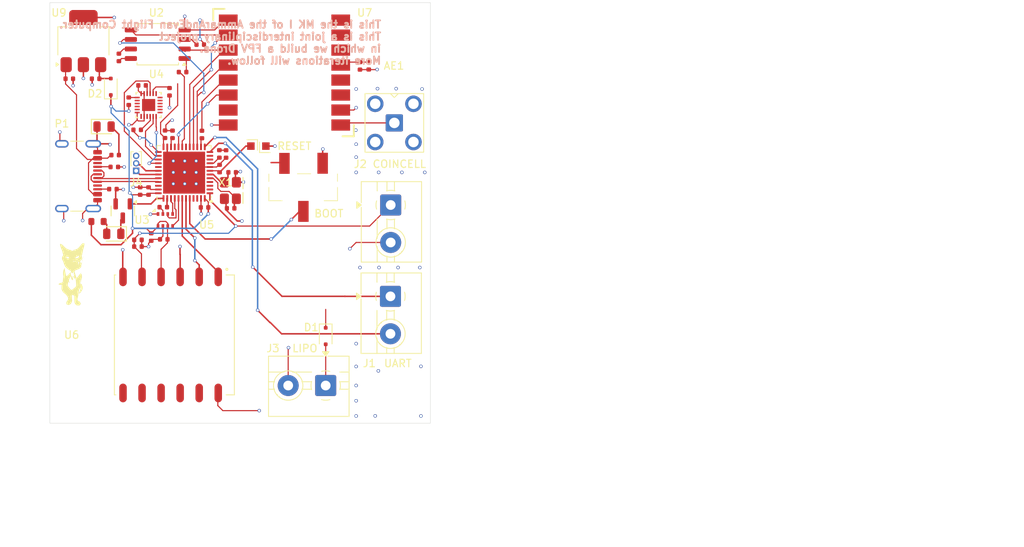
<source format=kicad_pcb>
(kicad_pcb (version 20241229) (generator "pcbnew") (generator_version "9.0")
  (layers (0 "F.Cu" signal) (4 "In1.Cu" power) (6 "In2.Cu" power) (2 "B.Cu" signal) (13 "F.Paste" user) (15 "B.Paste" user) (5 "F.SilkS" user "F.Silkscreen") (7 "B.SilkS" user "B.Silkscreen") (1 "F.Mask" user) (3 "B.Mask" user) (25 "Edge.Cuts" user))
  (net 0 "")
  (net 1 "+3.3V")
  (net 2 "+BATT")
  (net 3 "Net-(U4-REGOUT)")
  (net 4 "Net-(U4-VDD)")
  (net 5 "VDD")
  (net 6 "Net-(U5-PH1-OSC_OUT)")
  (net 7 "Net-(U5-PH0-OSC_IN)")
  (net 8 "+5V")
  (net 9 "Net-(C20-Pad2)")
  (net 10 "Net-(U5-VCAP1)")
  (net 11 "/SPI5_NSS")
  (net 15 "/SPI1_MOSI")
  (net 20 "/SPI1_SCK")
  (net 24 "/SPI1_MISO")
  (net 28 "/SPI1_NSS")
  (net 29 "Net-(U2-~{WP}{slash}IO_{2})")
  (net 30 "Net-(U2-~{HOLD}{slash}~{RESET}{slash}IO_{3})")
  (net 31 "/MCU_RX2")
  (net 32 "Net-(P1-CC1)")
  (net 33 "/MCU_TX2")
  (net 34 "Net-(P1-CC2)")
  (net 39 "/SPI2_SCK")
  (net 41 "/RX debug ")
  (net 45 "/SPI2_NSS")
  (net 47 "Net-(D3-Pad2)")
  (net 48 "/SPI2_MISO")
  (net 50 "/SPI2_MOSI")
  (net 53 "/TX debug ")
  (net 57 "GND")
  (net 60 "/MCU_TX1")
  (net 61 "/SPI3_NSS")
  (net 62 "/MCU_RX1")
  (net 66 "Net-(AE1-A)")
  (net 70 "Net-(U5-NRST)")
  (net 71 "Net-(SW2-B)")
  (net 72 "/SPI3_MOSI")
  (net 73 "/SPI5_SCK")
  (net 74 "/SPI3_MISO")
  (net 75 "/SPI3_SCK")
  (net 76 "/Lora_RES")
  (net 77 "/USB_FS_DP")
  (net 78 "/USB_FS_DN")
  (net 79 "/LIPO_3.3V")
  (net 80 "Net-(D2-A)")
  (net 81 "Net-(D5-Pad2)")
  (net 82 "Net-(Q2-D)")
  (net 83 "Net-(Q2-G)")
  (net 84 "Net-(U2-~{CS})")
  (net 85 "Net-(U3-CSB)")
  (net 86 "Net-(U4-nCS)")
  (net 87 "Net-(U7-NSS)")
  (footprint "PCM_JLCPCB:C_0402" (layer "F.Cu") (at 111.9124 118.0084 90)
    (property "Reference" "C3" (hide yes))
    (property "Value" "100nF")
  )
  (footprint "PCM_JLCPCB:R_0402" (layer "F.Cu") (at 121.672041 122.450588 90)
    (property "Reference" "R10" (hide yes))
    (property "Value" "5.1kΩ" (hide yes))
  )
  (footprint "PCM_JLCPCB:R_0402" (layer "F.Cu") (at 109.98839 126.783735 180)
    (property "Reference" "R1" (hide yes))
    (property "Value" "5.1kΩ" (hide yes))
  )
  (footprint "PCM_JLCPCB:R_0402" (layer "F.Cu") (at 119.092225 114.120342)
    (property "Reference" "R7" (hide yes))
    (property "Value" "5.1kΩ" (hide yes))
  )
  (footprint "PCM_JLCPCB:C_0402" (layer "F.Cu") (at 117.35 116.75 90)
    (property "Reference" "C1" (hide yes))
    (property "Value" "10nF")
  )
  (footprint "Connector_Coaxial:SMA_BAT_Wireless_BWSMA-KWE-Z001" (layer "F.Cu") (at 147.33 120.904 -90)
    (property "Reference" "AE1")
    (property "Value" "915MHZ Antenna")
  )
  (footprint "PCM_JLCPCB:C_0402" (layer "F.Cu") (at 113.4364 129.9972 90)
    (property "Reference" "C18" (hide yes))
    (property "Value" "4.7uF")
  )
  (footprint "Package_LGA:Bosch_LGA-8_2x2.5mm_P0.65mm_ClockwisePinNumbering" (layer "F.Cu") (at 116.791623 133.863594)
    (property "Reference" "U3")
    (property "Value" "BMP280")
  )
  (footprint "PCM_JLCPCB:R_0402" (layer "F.Cu") (at 109.802583 129.738931 180)
    (property "Reference" "R2" (hide yes))
    (property "Value" "5.1kΩ" (hide yes))
  )
  (footprint "PCM_JLCPCB:C_0402" (layer "F.Cu") (at 124.891362 125.050649 -90)
    (property "Reference" "C21" (hide yes))
    (property "Value" "1uF")
  )
  (footprint "Diode_SMD:D_SOD-323F" (layer "F.Cu") (at 138.176 149.352 -90)
    (property "Reference" "D1")
    (property "Value" "PMEG3015EJ")
  )
  (footprint "PCM_JLCPCB:C_0402" (layer "F.Cu") (at 113.6904 115.9)
    (property "Reference" "C2" (hide yes))
    (property "Value" "100nF")
  )
  (footprint "PCM_JLCPCB:R_0402" (layer "F.Cu") (at 116.516711 132.149275)
    (property "Reference" "R8" (hide yes))
    (property "Value" "5.1kΩ" (hide yes))
  )
  (footprint "MPU-6500:QFN24_3X3X0P9_IVS" (layer "F.Cu") (at 114.563601 118.5164 180)
    (property "Reference" "U4" (hide yes))
    (property "Value" "MPU-6500")
  )
  (footprint "Package_SO:SOIC-8_5.3x5.3mm_P1.27mm" (layer "F.Cu") (at 115.781452 110.403601 180)
    (property "Reference" "U2")
    (property "Value" "W25Q16JVSS")
  )
  (footprint "PCM_JLCPCB:C_0402" (layer "F.Cu") (at 107.4928 115.0112 180)
    (property "Reference" "C6" (hide yes))
    (property "Value" "10uF")
  )
  (footprint "PCM_JLCPCB:R_0402" (layer "F.Cu") (at 110.1 125.2)
    (property "Reference" "R11" (hide yes))
    (property "Value" "200Ω" (hide yes))
  )
  (footprint "Connector_PinHeader_1.00mm:PinHeader_1x03_P1.00mm_Vertical" (layer "F.Cu") (at 112.9 127.3 180)
    (property "Reference" "J4")
    (property "Value" "UART Flash")
  )
  (footprint "PCM_JLCPCB:C_0402" (layer "F.Cu") (at 114.554 129.9972 -90)
    (property "Reference" "C25" (hide yes))
    (property "Value" "100nF")
  )
  (footprint "PCM_JLCPCB:C_0402" (layer "F.Cu") (at 122.0216 132.1816)
    (property "Reference" "C29" (hide yes))
    (property "Value" "100nF")
  )
  (footprint "SW-SHOUHAN_MST-22D18G23J_C2875122:SPDT" (layer "F.Cu") (at 135.2 129.5 180)
    (property "Reference" "SHOUHAN-SPDT" (hide yes))
    (property "Value" "SPDT" (hide yes))
  )
  (footprint "Package_TO_SOT_SMD:SOT-223-3_TabPin2" (layer "F.Cu") (at 105.8672 109.982 90)
    (property "Reference" "U9")
    (property "Value" "AP7361C-33E")
  )
  (footprint "MountingHole:MountingHole_2.2mm_M2" (layer "F.Cu") (at 104.22707 157.885086)
    (property "Reference" "REF**" (hide yes))
    (property "Value" "MountingHole_2.2mm_M2")
  )
  (footprint "TerminalBlock:TerminalBlock_MaiXu_MX126-5.0-02P_1x02_P5.00mm" (layer "F.Cu") (at 146.8445 131.862 -90)
    (property "Reference" "J2" (hide yes))
    (property "Value" "Connector")
  )
  (footprint "TerminalBlock:TerminalBlock_MaiXu_MX126-5.0-02P_1x02_P5.00mm" (layer "F.Cu") (at 146.812 144.054 -90)
    (property "Reference" "J1")
    (property "Value" "Connector")
  )
  (footprint "PCM_JLCPCB:C_0402" (layer "F.Cu") (at 113.1396 136.513363)
    (property "Reference" "C31" (hide yes))
    (property "Value" "100nF")
  )
  (footprint "TerminalBlock:TerminalBlock_MaiXu_MX126-5.0-02P_1x02_P5.00mm" (layer "F.Cu") (at 138.176 155.956 180)
    (property "Reference" "J3")
    (property "Value" "Connector")
  )
  (footprint "PCM_JLCPCB:C_0402" (layer "F.Cu") (at 103.9876 115.0112)
    (property "Reference" "C8" (hide yes))
    (property "Value" "10uF")
  )
  (footprint "PCM_JLCPCB:CRYSTAL-SMD_4P-L3.2-W2.5-BL" (layer "F.Cu") (at 125.468123 129.929846 -90)
    (property "Reference" "X1" (hide yes))
    (property "Value" "X322512MSB4SI")
  )
  (footprint "PCM_JLCPCB:R_0402" (layer "F.Cu") (at 121.448529 110.452943)
    (property "Reference" "R3" (hide yes))
    (property "Value" "5.1kΩ" (hide yes))
  )
  (footprint "PCM_JLCPCB:D_0805" (layer "F.Cu") (at 109.916942 135.714627 180)
    (property "Reference" "D5" (hide yes))
    (property "Value" "Red")
  )
  (footprint "PCM_JLCPCB:C_0402" (layer "F.Cu") (at 123.99644 125.043108 90)
    (property "Reference" "C20" (hide yes))
    (property "Value" "100nF")
  )
  (footprint "USB-C:USB-C" (layer "F.Cu") (at 104.07369 128.0152 -90)
    (property "Reference" "P1")
    (property "Value" "USB_C_Plug")
  )
  (footprint "PCM_JLCPCB:R_0603" (layer "F.Cu") (at 107.749138 134.065769)
    (property "Reference" "R5" (hide yes))
    (property "Value" "75Ω")
  )
  (footprint "PCM_JLCPCB:C_0402" (layer "F.Cu") (at 114.9096 136.136 -90)
    (property "Reference" "C12" (hide yes))
    (property "Value" "100nF")
  )
  (footprint "PCM_JLCPCB:D_0805" (layer "F.Cu") (at 108.622182 121.391514)
    (property "Reference" "D3" (hide yes))
    (property "Value" "Green")
  )
  (footprint "LOGO" (layer "F.Cu") (at 104.2924 141.1224)
    (property "Reference" "G***" (hide yes))
    (property "Value" "LOGO" (hide yes))
  )
  (footprint "Diode_SMD:D_SOD-323F" (layer "F.Cu") (at 109.52 116.08 90)
    (property "Reference" "D2")
    (property "Value" "PMEG3015EJ")
  )
  (footprint "Package_DFN_QFN:QFN-48-1EP_7x7mm_P0.5mm_EP5.6x5.6mm" (layer "F.Cu") (at 119.2984 127.5416 180)
    (property "Reference" "U5" (hide yes))
    (property "Value" "~")
  )
  (footprint "Lora1276:COMM-SMD_LORA1276-C1-915MHZ" (layer "F.Cu") (at 132.680393 114.188256)
    (property "Reference" "U7")
    (property "Value" "915MHz")
  )
  (footprint "PCM_JLCPCB:R_0402" (layer "F.Cu") (at 113.037845 121.828592 180)
    (property "Reference" "R9" (hide yes))
    (property "Value" "5.1kΩ" (hide yes))
  )
  (footprint "PCM_JLCPCB:C_0402" (layer "F.Cu") (at 124.026037 127 90)
    (property "Reference" "C27" (hide yes))
    (property "Value" "100nF")
  )
  (footprint "MountingHole:MountingHole_2.1mm" (layer "F.Cu") (at 148.375237 108.712)
    (property "Reference" "REF**" (hide yes))
    (property "Value" "MountingHole_2.1mm")
  )
  (footprint "PCM_JLCPCB:C_0402" (layer "F.Cu") (at 125.5 132.3 180)
    (property "Reference" "C4" (hide yes))
    (property "Value" "30pF")
  )
  (footprint "PCM_JLCPCB:C_0402" (layer "F.Cu") (at 113.1396 137.414)
    (property "Reference" "C15" (hide yes))
    (property "Value" "4.7uF")
  )
  (footprint "TestPoint:TestPoint_Pad_1.0x1.0mm" (layer "F.Cu") (at 128.2 124)
    (property "Reference" "REF**" (hide yes))
    (property "Value" "TestPoint_Pad_1.0x1.0mm")
  )
  (footprint "PCM_JLCPCB:R_0402" (layer "F.Cu") (at 110.599114 112.163682 -90)
    (property "Reference" "R4" (hide yes))
    (property "Value" "5.1kΩ" (hide yes))
  )
  (footprint "TestPoint:TestPoint_Pad_1.0x1.0mm" (layer "F.Cu") (at 130.2 124)
    (property "Reference" "REF**" (hide yes))
    (property "Value" "TestPoint_Pad_1.0x1.0mm")
  )
  (footprint "PCM_JLCPCB:C_0402" (layer "F.Cu") (at 143.9164 113.276 -90)
    (property "Reference" "C28" (hide yes))
    (property "Value" "100nF")
  )
  (footprint "L86:XCVR_L86-M33" (layer "F.Cu") (at 117.498772 149.201227 -90)
    (property "Reference" "U6")
    (property "Value" "L86-M33")
  )
  (footprint "MountingHole:MountingHole_2.1mm" (layer "F.Cu") (at 148.375237 157.885086)
    (property "Reference" "REF**" (hide yes))
    (property "Value" "MountingHole_2.1mm")
  )
  (footprint "PCM_JLCPCB:C_0402" (layer "F.Cu") (at 116.748192 122.419332 -90)
    (property "Reference" "C9" (hide yes))
    (property "Value" "100nF")
  )
  (footprint "PCM_JLCPCB:C_0402" (layer "F.Cu") (at 117.75 122.434704 90)
    (property "Reference" "C26" (hide yes))
    (property "Value" "4.7uF")
  )
  (footprint "PCM_JLCPCB:Q_SOT-23" (layer "F.Cu") (at 111.118912 132.655766 -90)
    (property "Reference" "Q2" (hide yes))
    (property "Value" "AO3400A")
  )
  (footprint "PCM_JLCPCB:C_0402" (layer "F.Cu") (at 116.583694 136.443501 180)
    (property "Reference" "C17" (hide yes))
    (property "Value" "100nF")
  )
  (footprint "PCM_JLCPCB:C_0402" (layer "F.Cu") (at 142.748 113.292 -90)
    (property "Reference" "C5" (hide yes))
    (property "Value" "10uF")
  )
  (footprint "PCM_JLCPCB:C_0402" (layer "F.Cu") (at 125.7 127.5 180)
    (property "Reference" "C7" (hide yes))
    (property "Value" "30pF")
  )
  (gr_rect (start 101.3968 104.8512) (end 152.146 160.9852) (stroke (width 0.05)) (fill no) (layer "Edge.Cuts"))
  (gr_text "U4" (at 115.6 114.4 0) (layer "F.SilkS") (effects (font (size 1 1))))
  (gr_text "J2\n" (at 142.8 126.4 0) (layer "F.SilkS") (effects (font (size 1 1))))
  (gr_text "UART\n" (at 147.8 153 0) (layer "F.SilkS") (effects (font (size 1 1))))
  (gr_text "LIPO\n" (at 135.4 151 0) (layer "F.SilkS") (effects (font (size 1 1))))
  (gr_text "U5\n" (at 122.3 134.5 0) (layer "F.SilkS") (effects (font (size 1 1))))
  (gr_text "COINCELL\n\n" (at 148 127.2 0) (layer "F.SilkS") (effects (font (size 1 1))))
  (gr_text "BOOT\n" (at 138.6 133 0) (layer "F.SilkS") (effects (font (size 1 1))))
  (gr_text "X1\n" (at 124.8 128.85 0) (layer "F.SilkS") (effects (font (size 1 1))))
  (gr_text "This is the MK I of the AmmarAndEvan Flight Computer.\nThis is a joint interdisciplinary project \nin which we build a FPV Drone. \nMore iterations will follow." (at 145.6944 113.1824 0) (layer "B.SilkS") (effects (font (size 1 1) (thickness 0.25) (bold yes)) (justify left bottom mirror)))
  (segment (start 115.8609 130.2916) (end 114.7596 130.2916) (width 0.15) (layer "F.Cu") (net 1))
  (segment (start 132.673271 126.306503) (end 132.566768 126.2) (width 0.2) (layer "F.Cu") (net 1))
  (segment (start 122.5216 132.2324) (end 122.5216 131.4523) (width 0.15) (layer "F.Cu") (net 1))
  (segment (start 106.929138 134.065769) (end 106.929138 135.885138) (width 0.2) (layer "F.Cu") (net 1))
  (segment (start 140.576649 112.792) (end 140.180393 113.188256) (width 0.15) (layer "F.Cu") (net 1))
  (segment (start 106.929138 135.885138) (end 108.204 137.16) (width 0.2) (layer "F.Cu") (net 1))
  (segment (start 112.30101 130.4972) (end 112.045424 130.241614) (width 0.15) (layer "F.Cu") (net 1))
  (segment (start 138.176 148.252) (end 138.176 145.796) (width 0.15) (layer "F.Cu") (net 1))
  (segment (start 117.083694 136.443501) (end 117.083694 136.916306) (width 0.15) (layer "F.Cu") (net 1))
  (segment (start 111.9124 118.5084) (end 111.9124 119.3292) (width 0.15) (layer "F.Cu") (net 1))
  (segment (start 115.816623 134.728977) (end 114.9096 135.636) (width 0.15) (layer "F.Cu") (net 1))
  (segment (start 117.116623 134.316623) (end 117.116623 134.663594) (width 0.15) (layer "F.Cu") (net 1))
  (segment (start 115.816623 134.663594) (end 115.816623 134.333377) (width 0.15) (layer "F.Cu") (net 1))
  (segment (start 115.816623 134.333377) (end 116.1 134.05) (width 0.15) (layer "F.Cu") (net 1))
  (segment (start 115.1636 116.4864) (end 115.1636 116.9924) (width 0.15) (layer "F.Cu") (net 1))
  (segment (start 143.9004 112.792) (end 143.9164 112.776) (width 0.15) (layer "F.Cu") (net 1))
  (segment (start 116.1 134.05) (end 116.85 134.05) (width 0.15) (layer "F.Cu") (net 1))
  (segment (start 116.85 134.05) (end 117.116623 134.316623) (width 0.15) (layer "F.Cu") (net 1))
  (segment (start 114.527222 130.4948) (end 114.505225 130.516797) (width 0.15) (layer "F.Cu") (net 1))
  (segment (start 132.566768 126.2) (end 130.9 126.2) (width 0.2) (layer "F.Cu") (net 1))
  (segment (start 109.53364 118.68364) (end 109.53364 117.19364) (width 0.2) (layer "F.Cu") (net 1))
  (segment (start 117.083694 136.916306) (end 116.332 137.668) (width 0.15) (layer "F.Cu") (net 1))
  (segment (start 114.9096 135.636) (end 114.2492 134.9756) (width 0.15) (layer "F.Cu") (net 1))
  (segment (start 110.886916 137.16) (end 112.4204 135.626516) (width 0.2) (layer "F.Cu") (net 1))
  (segment (start 112.4204 135.626516) (end 112.4204 134.9756) (width 0.2) (layer "F.Cu") (net 1))
  (segment (start 121.412 109.728) (end 121.412 109.744) (width 0.15) (layer "F.Cu") (net 1))
  (segment (start 108.204 137.16) (end 110.886916 137.16) (width 0.2) (layer "F.Cu") (net 1))
  (segment (start 113.4364 130.4972) (end 112.30101 130.4972) (width 0.15) (layer "F.Cu") (net 1))
  (segment (start 109.56 118.71) (end 109.53364 118.68364) (width 0.2) (layer "F.Cu") (net 1))
  (segment (start 114.554 130.4972) (end 113.4364 130.4972) (width 0.15) (layer "F.Cu") (net 1))
  (segment (start 114.7596 130.2916) (end 114.554 130.4972) (width 0.15) (layer "F.Cu") (net 1))
  (segment (start 116.162192 122.333332) (end 116.162192 120.844111) (width 0.15) (layer "F.Cu") (net 1))
  (segment (start 117.108 116.1) (end 115.55 116.1) (width 0.15) (layer "F.Cu") (net 1))
  (segment (start 116.228772 137.771228) (end 116.332 137.668) (width 0.15) (layer "F.Cu") (net 1))
  (segment (start 115.816623 134.663594) (end 115.816623 134.728977) (width 0.15) (layer "F.Cu") (net 1))
  (segment (start 117.083694 136.443501) (end 117.083694 134.696523) (width 0.15) (layer "F.Cu") (net 1))
  (segment (start 110.954195 112.308601) (end 110.599114 112.663682) (width 0.15) (layer "F.Cu") (net 1))
  (segment (start 116.5484 123.119124) (end 116.748192 122.919332) (width 0.15) (layer "F.Cu") (net 1))
  (segment (start 115.55 116.1) (end 115.1636 116.4864) (width 0.15) (layer "F.Cu") (net 1))
  (segment (start 116.162192 120.844111) (end 118.434077 118.572226) (width 0.15) (layer "F.Cu") (net 1))
  (segment (start 122.5216 133.0372) (end 122.5216 132.1816) (width 0.2) (layer "F.Cu") (net 1))
  (segment (start 122.5296 133.0452) (end 122.5216 133.0372) (width 0.2) (layer "F.Cu") (net 1))
  (segment (start 142.748 112.792) (end 140.576649 112.792) (width 0.15) (layer "F.Cu") (net 1))
  (segment (start 122.5216 131.4523) (end 122.0484 130.9791) (width 0.15) (layer "F.Cu") (net 1))
  (segment (start 121.412 109.744) (end 121.904 110.236) (width 0.15) (layer "F.Cu") (net 1))
  (segment (start 116.228772 141.451227) (end 116.228772 137.771228) (width 0.15) (layer "F.Cu") (net 1))
  (segment (start 112.193952 112.308601) (end 110.954195 112.308601) (width 0.15) (layer "F.Cu") (net 1))
  (segment (start 114.2492 134.9756) (end 112.4204 134.9756) (width 0.15) (layer "F.Cu") (net 1))
  (segment (start 142.748 112.792) (end 143.9004 112.792) (width 0.15) (layer "F.Cu") (net 1))
  (segment (start 116.748192 122.919332) (end 116.162192 122.333332) (width 0.15) (layer "F.Cu") (net 1))
  (segment (start 116.5484 124.1041) (end 116.5484 123.119124) (width 0.15) (layer "F.Cu") (net 1))
  (segment (start 117.348 116.34) (end 117.108 116.1) (width 0.15) (layer "F.Cu") (net 1))
  (segment (start 109.53364 117.19364) (end 109.52 117.18) (width 0.2) (layer "F.Cu") (net 1))
  (segment (start 118.434077 118.572226) (end 118.434077 115.674368) (width 0.15) (layer "F.Cu") (net 1))
  (segment (start 117.083694 134.696523) (end 117.116623 134.663594) (width 0.15) (layer "F.Cu") (net 1))
  (via (at 121.412 109.728) (size 0.45) (drill 0.3) (layers "F.Cu" "B.Cu") (net 1))
  (via (at 112.4204 134.9756) (size 0.45) (drill 0.3) (layers "F.Cu" "B.Cu") (net 1))
  (via (at 111.9124 119.3292) (size 0.45) (drill 0.3) (layers "F.Cu" "B.Cu") (net 1))
  (via (at 121.412 107.188) (size 0.45) (drill 0.3) (layers "F.Cu" "B.Cu") (net 1))
  (via (at 122.5296 133.0452) (size 0.45) (drill 0.3) (layers "F.Cu" "B.Cu") (net 1))
  (via (at 109.56 118.71) (size 0.45) (drill 0.3) (layers "F.Cu" "B.Cu") (net 1))
  (via (at 112.045424 130.241614) (size 0.45) (drill 0.3) (layers "F.Cu" "B.Cu") (net 1))
  (segment (start 111.966 130.16219) (end 111.966 121.97623) (width 0.15) (layer "B.Cu") (net 1))
  (segment (start 109.56 119.57023) (end 109.56 118.71) (width 0.15) (layer "B.Cu") (net 1))
  (segment (start 120.5992 134.9756) (end 122.5296 133.0452) (width 0.2) (layer "B.Cu") (net 1))
  (segment (start 111.966 121.97623) (end 109.56 119.57023) (width 0.15) (layer "B.Cu") (net 1))
  (segment (start 109.59 118.71) (end 109.56 118.71) (width 0.15) (layer "B.Cu") (net 1))
  (segment (start 110.2092 119.3292) (end 109.59 118.71) (width 0.15) (layer "B.Cu") (net 1))
  (segment (start 111.9124 119.3292) (end 110.2092 119.3292) (width 0.15) (layer "B.Cu") (net 1))
  (segment (start 112.045424 130.241614) (end 112.4204 130.61659) (width 0.15) (layer "B.Cu") (net 1))
  (segment (start 112.4204 134.9756) (end 120.5992 134.9756) (width 0.2) (layer "B.Cu") (net 1))
  (segment (start 112.045424 130.241614) (end 111.966 130.16219) (width 0.15) (layer "B.Cu") (net 1))
  (segment (start 121.412 109.728) (end 121.412 107.188) (width 0.15) (layer "B.Cu") (net 1))
  (segment (start 112.4204 130.61659) (end 112.4204 134.9756) (width 0.15) (layer "B.Cu") (net 1))
  (segment (start 144.035016 134.671484) (end 146.8445 131.862) (width 0.15) (layer "F.Cu") (net 2))
  (segment (start 113.3856 135.636) (end 112.6396 136.382) (width 0.15) (layer "F.Cu") (net 2))
  (segment (start 113.61 138.3844) (end 112.6396 137.414) (width 0.15) (layer "F.Cu") (net 2))
  (segment (start 126.186516 134.671484) (end 144.035016 134.671484) (width 0.15) (layer "F.Cu") (net 2))
  (segment (start 122.7359 131.220868) (end 122.7359 130.2916) (width 0.2) (layer "F.Cu") (net 2))
  (segment (start 113.68 141.47) (end 113.61 141.4) (width 0.15) (layer "F.Cu") (net 2))
  (segment (start 113.61 141.4) (end 113.61 138.3844) (width 0.15) (layer "F.Cu") (net 2))
  (segment (start 126.186516 134.671484) (end 122.7359 131.220868) (width 0.2) (layer "F.Cu") (net 2))
  (segment (start 112.6396 136.382) (end 112.6396 136.513363) (width 0.15) (layer "F.Cu") (net 2))
  (segment (start 113.63 141.47) (end 113.68 141.47) (width 0.15) (layer "F.Cu") (net 2))
  (segment (start 112.6396 137.414) (end 112.6396 136.513363) (width 0.15) (layer "F.Cu") (net 2))
  (via (at 126.186516 134.671484) (size 0.45) (drill 0.3) (layers "F.Cu" "B.Cu") (net 2))
  (via (at 113.3856 135.636) (size 0.45) (drill 0.3) (layers "F.Cu" "B.Cu") (net 2))
  (segment (start 125.222 135.636) (end 113.3856 135.636) (width 0.15) (layer "B.Cu") (net 2))
  (segment (start 126.186516 134.671484) (end 125.222 135.636) (width 0.15) (layer "B.Cu") (net 2))
  (segment (start 114.363601 116.9924) (end 114.363601 116.048001) (width 0.15) (layer "F.Cu") (net 3))
  (segment (start 114.363601 116.048001) (end 114.1904 115.8748) (width 0.15) (layer "F.Cu") (net 3))
  (segment (start 111.920399 117.516399) (end 111.9124 117.5084) (width 0.15) (layer "F.Cu") (net 4))
  (segment (start 113.039601 117.516399) (end 111.920399 117.516399) (width 0.15) (layer "F.Cu") (net 4))
  (segment (start 123.909366 125.607152) (end 123.932396 125.607152) (width 0.15) (layer "F.Cu") (net 5))
  (segment (start 122.7359 126.2916) (end 123.224918 126.2916) (width 0.15) (layer "F.Cu") (net 5))
  (segment (start 123.224918 126.2916) (end 123.909366 125.607152) (width 0.15) (layer "F.Cu") (net 5))
  (segment (start 123.932396 125.607152) (end 123.99644 125.543108) (width 0.15) (layer "F.Cu") (net 5))
  (segment (start 124.668123 128.829846) (end 124.227444 128.829846) (width 0.2) (layer "F.Cu") (net 6))
  (segment (start 125.144577 128.353392) (end 124.668123 128.829846) (width 0.2) (layer "F.Cu") (net 6))
  (segment (start 124.227444 128.829846) (end 123.189198 127.7916) (width 0.2) (layer "F.Cu") (net 6))
  (segment (start 123.189198 127.7916) (end 122.7359 127.7916) (width 0.2) (layer "F.Cu") (net 6))
  (segment (start 125.144577 127.511879) (end 125.144577 128.353392) (width 0.2) (layer "F.Cu") (net 6))
  (segment (start 123.792123 129.642123) (end 124.203846 130.053846) (width 0.15) (layer "F.Cu") (net 7))
  (segment (start 122.7359 128.2916) (end 123.173399 128.2916) (width 0.15) (layer "F.Cu") (net 7))
  (segment (start 126 132.3) (end 126 131.297969) (width 0.2) (layer "F.Cu") (net 7))
  (segment (start 124.203846 130.053846) (end 125.292123 130.053846) (width 0.15) (layer "F.Cu") (net 7))
  (segment (start 125.292123 130.053846) (end 126.268123 131.029846) (width 0.15) (layer "F.Cu") (net 7))
  (segment (start 126 131.297969) (end 126.268123 131.029846) (width 0.2) (layer "F.Cu") (net 7))
  (segment (start 126.268123 131.029846) (end 125.963668 131.334301) (width 0.2) (layer "F.Cu") (net 7))
  (segment (start 125.963668 132.115843) (end 125.888761 132.19075) (width 0.2) (layer "F.Cu") (net 7))
  (segment (start 123.173399 128.2916) (end 123.792123 128.910324) (width 0.15) (layer "F.Cu") (net 7))
  (segment (start 123.792123 128.910324) (end 123.792123 129.642123) (width 0.15) (layer "F.Cu") (net 7))
  (segment (start 103.4876 115.0112) (end 103.4876 113.2116) (width 0.15) (layer "F.Cu") (net 8))
  (segment (start 107.178691 130.4152) (end 106.55169 129.788199) (width 0.15) (layer "F.Cu") (net 8))
  (segment (start 104.95 124.32282) (end 104.95 117.166303) (width 0.15) (layer "F.Cu") (net 8))
  (segment (start 107.178691 125.6152) (end 107.75369 125.6152) (width 0.15) (layer "F.Cu") (net 8))
  (segment (start 104.95 117.166303) (end 103.4876 115.703903) (width 0.15) (layer "F.Cu") (net 8))
  (segment (start 107.75369 125.6152) (end 107.58869 125.7802) (width 0.15) (layer "F.Cu") (net 8))
  (segment (start 107.75369 130.4152) (end 107.178691 130.4152) (width 0.15) (layer "F.Cu") (net 8))
  (segment (start 106.55169 129.788199) (end 106.55169 126.242201) (width 0.15) (layer "F.Cu") (net 8))
  (segment (start 103.4876 115.703903) (end 103.4876 115.0112) (width 0.15) (layer "F.Cu") (net 8))
  (segment (start 109.09138 125.6152) (end 109.489564 125.217016) (width 0.15) (layer "F.Cu") (net 8))
  (segment (start 106.55169 126.242201) (end 107.178691 125.6152) (width 0.15) (layer "F.Cu") (net 8))
  (segment (start 107.75369 125.6152) (end 109.09138 125.6152) (width 0.15) (layer "F.Cu") (net 8))
  (segment (start 103.4876 113.2116) (end 103.5672 113.132) (width 0.15) (layer "F.Cu") (net 8))
  (segment (start 106.40738 125.7802) (end 104.95 124.32282) (width 0.15) (layer "F.Cu") (net 8))
  (segment (start 107.58869 125.7802) (end 106.40738 125.7802) (width 0.15) (layer "F.Cu") (net 8))
  (segment (start 124.003981 124.550649) (end 123.99644 124.543108) (width 0.15) (layer "F.Cu") (net 9))
  (segment (start 124.891362 124.550649) (end 124.003981 124.550649) (width 0.15) (layer "F.Cu") (net 9))
  (segment (start 117.571136 124.081364) (end 117.5484 124.1041) (width 0.15) (layer "F.Cu") (net 10))
  (segment (start 117.571136 122.934704) (end 117.571136 124.081364) (width 0.15) (layer "F.Cu") (net 10))
  (segment (start 119.0484 123.3184) (end 119.3292 123.0376) (width 0.15) (layer "F.Cu") (net 11))
  (segment (start 119.3292 114.759511) (end 118.690031 114.120342) (width 0.15) (layer "F.Cu") (net 11))
  (segment (start 119.3292 123.0376) (end 119.3292 114.759511) (width 0.15) (layer "F.Cu") (net 11))
  (segment (start 119.0484 124.1041) (end 119.0484 123.3184) (width 0.15) (layer "F.Cu") (net 11))
  (segment (start 118.690031 114.120342) (end 118.592225 114.120342) (width 0.15) (layer "F.Cu") (net 11))
  (segment (start 120.0484 124.1041) (end 120.0484 115.768249) (width 0.15) (layer "F.Cu") (net 15))
  (segment (start 124.628393 111.188256) (end 125.180393 111.188256) (width 0.15) (layer "F.Cu") (net 15))
  (segment (start 120.0484 115.768249) (end 124.628393 111.188256) (width 0.15) (layer "F.Cu") (net 15))
  (segment (start 119.602244 111.188256) (end 119.4115 111.379) (width 0.15) (layer "F.Cu") (net 15))
  (segment (start 125.180393 111.188256) (end 119.602244 111.188256) (width 0.15) (layer "F.Cu") (net 15))
  (segment (start 121.0484 116.6956) (end 121.0484 117.348) (width 0.15) (layer "F.Cu") (net 20))
  (segment (start 125.180393 113.188256) (end 124.555744 113.188256) (width 0.15) (layer "F.Cu") (net 20))
  (segment (start 121.5564 116.84) (end 121.0484 117.348) (width 0.15) (layer "F.Cu") (net 20))
  (segment (start 121.0484 117.348) (end 121.0484 124.1041) (width 0.15) (layer "F.Cu") (net 20))
  (segment (start 121.92 116.84) (end 121.5564 116.84) (width 0.15) (layer "F.Cu") (net 20))
  (segment (start 111.211399 109.768601) (end 110.744 110.236) (width 0.15) (layer "F.Cu") (net 20))
  (segment (start 112.193952 109.768601) (end 111.211399 109.768601) (width 0.15) (layer "F.Cu") (net 20))
  (segment (start 124.555744 113.188256) (end 121.0484 116.6956) (width 0.15) (layer "F.Cu") (net 20))
  (via (at 121.92 116.84) (size 0.45) (drill 0.3) (layers "F.Cu" "B.Cu") (net 20))
  (via (at 110.744 110.236) (size 0.45) (drill 0.3) (layers "F.Cu" "B.Cu") (net 20))
  (segment (start 117.856 110.236) (end 110.744 110.236) (width 0.15) (layer "B.Cu") (net 20))
  (segment (start 121.92 114.3) (end 117.856 110.236) (width 0.15) (layer "B.Cu") (net 20))
  (segment (start 121.92 116.84) (end 121.92 114.3) (width 0.15) (layer "B.Cu") (net 20))
  (segment (start 125.159738 109.167601) (end 112.862952 109.167601) (width 0.15) (layer "F.Cu") (net 24))
  (segment (start 112.862952 109.167601) (end 112.193952 108.498601) (width 0.15) (layer "F.Cu") (net 24))
  (segment (start 123.444 110.236) (end 124.491744 109.188256) (width 0.15) (layer "F.Cu") (net 24))
  (segment (start 124.491744 109.188256) (end 125.180393 109.188256) (width 0.15) (layer "F.Cu") (net 24))
  (segment (start 125.180393 109.188256) (end 125.159738 109.167601) (width 0.15) (layer "F.Cu") (net 24))
  (segment (start 120.5484 124.1041) (end 120.5484 116.1796) (width 0.15) (layer "F.Cu") (net 24))
  (segment (start 120.5484 116.1796) (end 122.936 113.792) (width 0.15) (layer "F.Cu") (net 24))
  (via (at 122.936 113.792) (size 0.45) (drill 0.3) (layers "F.Cu" "B.Cu") (net 24))
  (via (at 123.444 110.236) (size 0.45) (drill 0.3) (layers "F.Cu" "B.Cu") (net 24))
  (segment (start 123.444 110.236) (end 122.936 110.744) (width 0.15) (layer "B.Cu") (net 24))
  (segment (start 122.936 110.744) (end 122.936 113.792) (width 0.15) (layer "B.Cu") (net 24))
  (segment (start 121.5484 123.074229) (end 121.5484 124.1041) (width 0.15) (layer "F.Cu") (net 28))
  (segment (start 121.672041 122.950588) (end 121.5484 123.074229) (width 0.15) (layer "F.Cu") (net 28))
  (segment (start 120.264187 109.768601) (end 119.368952 109.768601) (width 0.15) (layer "F.Cu") (net 29))
  (segment (start 120.948529 110.452943) (end 120.264187 109.768601) (width 0.15) (layer "F.Cu") (net 29))
  (segment (start 112.193952 111.038601) (end 111.224195 111.038601) (width 0.15) (layer "F.Cu") (net 30))
  (segment (start 111.224195 111.038601) (end 110.599114 111.663682) (width 0.15) (layer "F.Cu") (net 30))
  (segment (start 130.75 147.55) (end 130.792 147.55) (width 0.2) (layer "F.Cu") (net 31))
  (segment (start 130.792 147.55) (end 132.296 149.054) (width 0.2) (layer "F.Cu") (net 31))
  (segment (start 123.4 122.85) (end 123.3025 122.85) (width 0.2) (layer "F.Cu") (net 31))
  (segment (start 129.1 145.9) (end 130.75 147.55) (width 0.2) (layer "F.Cu") (net 31))
  (segment (start 123.3025 122.85) (end 122.0484 124.1041) (width 0.2) (layer "F.Cu") (net 31))
  (segment (start 132.296 149.054) (end 146.812 149.054) (width 0.2) (layer "F.Cu") (net 31))
  (via (at 129.1 145.9) (size 0.45) (drill 0.3) (layers "F.Cu" "B.Cu") (net 31))
  (via (at 123.4 122.85) (size 0.45) (drill 0.3) (layers "F.Cu" "B.Cu") (net 31))
  (segment (start 124.9 122.85) (end 123.4 122.85) (width 0.2) (layer "B.Cu") (net 31))
  (segment (start 129.1 127.05) (end 124.9 122.85) (width 0.2) (layer "B.Cu") (net 31))
  (segment (start 129.1 145.9) (end 129.1 127.05) (width 0.2) (layer "B.Cu") (net 31))
  (segment (start 109.48839 126.783735) (end 109.457545 126.75289) (width 0.15) (layer "F.Cu") (net 32))
  (segment (start 107.766 126.75289) (end 107.75369 126.7652) (width 0.15) (layer "F.Cu") (net 32))
  (segment (start 109.457545 126.75289) (end 107.766 126.75289) (width 0.15) (layer "F.Cu") (net 32))
  (segment (start 123.8965 123.631) (end 122.7359 124.7916) (width 0.2) (layer "F.Cu") (net 33))
  (segment (start 140.742 144.05) (end 140.746 144.054) (width 0.2) (layer "F.Cu") (net 33))
  (segment (start 124.781 123.631) (end 123.8965 123.631) (width 0.2) (layer "F.Cu") (net 33))
  (segment (start 128.45 140.15) (end 132.35 144.05) (width 0.2) (layer "F.Cu") (net 33))
  (segment (start 140.746 144.054) (end 146.812 144.054) (width 0.2) (layer "F.Cu") (net 33))
  (segment (start 132.35 144.05) (end 140.742 144.05) (width 0.2) (layer "F.Cu") (net 33))
  (via (at 128.45 140.15) (size 0.45) (drill 0.3) (layers "F.Cu" "B.Cu") (net 33))
  (via (at 124.781 123.631) (size 0.45) (drill 0.3) (layers "F.Cu" "B.Cu") (net 33))
  (segment (start 128.4 127.25) (end 124.781 123.631) (width 0.2) (layer "B.Cu") (net 33))
  (segment (start 128.4 140.1) (end 128.4 127.25) (width 0.2) (layer "B.Cu") (net 33))
  (segment (start 128.45 140.15) (end 128.4 140.1) (width 0.2) (layer "B.Cu") (net 33))
  (segment (start 109.302583 129.738931) (end 107.779959 129.738931) (width 0.15) (layer "F.Cu") (net 34))
  (segment (start 107.779959 129.738931) (end 107.75369 129.7652) (width 0.15) (layer "F.Cu") (net 34))
  (segment (start 115.1636 120.0404) (end 115.1636 121.002683) (width 0.15) (layer "F.Cu") (net 39))
  (segment (start 115.423401 125.2916) (end 115.8609 125.2916) (width 0.15) (layer "F.Cu") (net 39))
  (segment (start 114.15 124.018199) (end 115.423401 125.2916) (width 0.15) (layer "F.Cu") (net 39))
  (segment (start 115.1636 121.002683) (end 114.15 122.016283) (width 0.15) (layer "F.Cu") (net 39))
  (segment (start 114.15 122.016283) (end 114.15 124.018199) (width 0.15) (layer "F.Cu") (net 39))
  (segment (start 113.4 126.5) (end 114.1916 127.2916) (width 0.2) (layer "F.Cu") (net 41))
  (segment (start 114.1916 127.2916) (end 115.8609 127.2916) (width 0.2) (layer "F.Cu") (net 41))
  (segment (start 113.1 126.5) (end 113.4 126.5) (width 0.2) (layer "F.Cu") (net 41))
  (segment (start 114.9193 123.85) (end 115.8609 124.7916) (width 0.15) (layer "F.Cu") (net 45))
  (segment (start 112.537846 122.03231) (end 113.397409 122.891873) (width 0.15) (layer "F.Cu") (net 45))
  (segment (start 114.9 123.85) (end 114.9193 123.85) (width 0.15) (layer "F.Cu") (net 45))
  (segment (start 112.537846 121.828592) (end 112.537846 122.03231) (width 0.15) (layer "F.Cu") (net 45))
  (via (at 114.9 123.85) (size 0.45) (drill 0.3) (layers "F.Cu" "B.Cu") (net 45))
  (via (at 113.397409 122.891873) (size 0.45) (drill 0.3) (layers "F.Cu" "B.Cu") (net 45))
  (segment (start 113.397409 122.891873) (end 114.041873 122.891873) (width 0.15) (layer "B.Cu") (net 45))
  (segment (start 114.041873 122.891873) (end 114.9 123.75) (width 0.15) (layer "B.Cu") (net 45))
  (segment (start 114.9 123.75) (end 114.9 123.85) (width 0.15) (layer "B.Cu") (net 45))
  (segment (start 110.6 125.2) (end 110.6 122.429332) (width 0.2) (layer "F.Cu") (net 47))
  (segment (start 110.6 122.429332) (end 109.562182 121.391514) (width 0.2) (layer "F.Cu") (net 47))
  (segment (start 110.617016 125.217016) (end 110.6 125.2) (width 0.2) (layer "F.Cu") (net 47))
  (segment (start 111.3264 122.003556) (end 111.3264 116.861806) (width 0.15) (layer "F.Cu") (net 48))
  (segment (start 112.874206 115.314) (end 114.506594 115.314) (width 0.15) (layer "F.Cu") (net 48))
  (segment (start 115.8609 125.7916) (end 115.114444 125.7916) (width 0.15) (layer "F.Cu") (net 48))
  (segment (start 111.3264 116.861806) (end 112.874206 115.314) (width 0.15) (layer "F.Cu") (net 48))
  (segment (start 115.114444 125.7916) (end 111.3264 122.003556) (width 0.15) (layer "F.Cu") (net 48))
  (segment (start 114.763601 115.571007) (end 114.763601 116.9924) (width 0.15) (layer "F.Cu") (net 48))
  (segment (start 114.506594 115.314) (end 114.763601 115.571007) (width 0.15) (layer "F.Cu") (net 48))
  (segment (start 115.8609 126.2916) (end 114.6584 126.2916) (width 0.15) (layer "F.Cu") (net 50))
  (segment (start 115.563602 121.436398) (end 115.563602 120.0404) (width 0.15) (layer "F.Cu") (net 50))
  (segment (start 115.6 121.472796) (end 115.563602 121.436398) (width 0.15) (layer "F.Cu") (net 50))
  (segment (start 115.6 122.2) (end 115.6 121.472796) (width 0.15) (layer "F.Cu") (net 50))
  (segment (start 114.6584 126.2916) (end 114.65 126.3) (width 0.15) (layer "F.Cu") (net 50))
  (via (at 114.65 126.3) (size 0.45) (drill 0.3) (layers "F.Cu" "B.Cu") (net 50))
  (via (at 115.6 122.2) (size 0.45) (drill 0.3) (layers "F.Cu" "B.Cu") (net 50))
  (segment (start 115.6 125.35) (end 114.65 126.3) (width 0.15) (layer "B.Cu") (net 50))
  (segment (start 115.6 122.2) (end 115.6 125.35) (width 0.15) (layer "B.Cu") (net 50))
  (segment (start 115.8609 127.7916) (end 113.3916 127.7916) (width 0.2) (layer "F.Cu") (net 53))
  (segment (start 113.3916 127.7916) (end 113.1 127.5) (width 0.2) (layer "F.Cu") (net 53))
  (segment (start 118.75 137.4) (end 118.75 138.4524) (width 0.2) (layer "F.Cu") (net 57))
  (segment (start 122.7359 126.7916) (end 123.627112 126.7916) (width 0.15) (layer "F.Cu") (net 57))
  (segment (start 124.680393 107.188256) (end 123.370048 108.498601) (width 0.15) (layer "F.Cu") (net 57))
  (segment (start 111.11 137.841419) (end 111.11 141.44) (width 0.2) (layer "F.Cu") (net 57))
  (segment (start 112.522 129.4892) (end 113.4284 129.4892) (width 0.15) (layer "F.Cu") (net 57))
  (segment (start 114.554 137.414) (end 113.6396 137.414) (width 0.15) (layer "F.Cu") (net 57))
  (segment (start 104.4956 115.0192) (end 104.4876 115.0112) (width 0.2) (layer "F.Cu") (net 57))
  (segment (start 107.75369 124.8152) (end 107.75369 124.2702) (width 0.15) (layer "F.Cu") (net 57))
  (segment (start 124.46 159.3088) (end 123.79 158.6388) (width 0.15) (layer "F.Cu") (net 57))
  (segment (start 115.8609 129.7916) (end 114.8484 129.7916) (width 0.15) (layer "F.Cu") (net 57))
  (segment (start 123.79 157.02) (end 123.84 156.97) (width 0.15) (layer "F.Cu") (net 57))
  (segment (start 113.6396 136.513363) (end 113.6396 137.414) (width 0.15) (layer "F.Cu") (net 57))
  (segment (start 114.554 136.9916) (end 114.9096 136.636) (width 0.15) (layer "F.Cu") (net 57))
  (segment (start 113.1904 115.8748) (end 113.1904 116.6192) (width 0.15) (layer "F.Cu") (net 57))
  (segment (start 141.3976 137.6976) (end 142.2332 136.862) (width 0.15) (layer "F.Cu") (net 57))
  (segment (start 113.186 120.6466) (end 113.039601 120.500201) (width 0.15) (layer "F.Cu") (net 57))
  (segment (start 121.5484 132.2056) (end 121.5216 132.2324) (width 0.15) (layer "F.Cu") (net 57))
  (segment (start 110.168912 129.872602) (end 110.302583 129.738931) (width 0.2) (layer "F.Cu") (net 57))
  (segment (start 110.3524 129.923424) (end 110.302583 129.873607) (width 0.15) (layer "F.Cu") (net 57))
  (segment (start 102.7176 122.1232) (end 102.7324 122.138) (width 0.15) (layer "F.Cu") (net 57))
  (segment (start 111.929092 121.153019) (end 112.386783 121.153019) (width 0.15) (layer "F.Cu") (net 57))
  (segment (start 111.315732 126.784268) (end 111.301626 126.784268) (width 0.2) (layer "F.Cu") (net 57))
  (segment (start 118.77 141.46) (end 118.76 141.47) (width 0.2) (layer "F.Cu") (net 57))
  (segment (start 126.144577 127.45) (end 126.75 127.45) (width 0.2) (layer "F.Cu") (net 57))
  (segment (start 105.760981 132.999019) (end 106.4248 132.3352) (width 0.15) (layer "F.Cu") (net 57))
  (segment (start 137.770293 126.289077) (end 137.770293 124.429707) (width 0.2) (layer "F.Cu") (net 57))
  (segment (start 116.97706 121.934704) (end 116.673108 121.934704) (width 0.15) (layer "F.Cu") (net 57))
  (segment (start 113.963602 117.916401) (end 113.963602 116.9924) (width 0.15) (layer "F.Cu") (net 57))
  (segment (start 126.144577 128.7063) (end 126.268123 128.829846) (width 0.2) (layer "F.Cu") (net 57))
  (segment (start 126.38 134) (end 124.888761 132.508761) (width 0.2) (layer "F.Cu") (net 57))
  (segment (start 122.969113 121.171075) (end 123.142563 121.171075) (width 0.15) (layer "F.Cu") (net 57))
  (segment (start 113.963602 116.9924) (end 113.5636 116.9924) (width 0.15) (layer "F.Cu") (net 57))
  (segment (start 107.75369 131.2152) (end 107.75369 131.7602) (width 0.15) (layer "F.Cu") (net 57))
  (segment (start 124.014641 126.42737) (end 123.991342 126.42737) (width 0.15) (layer "F.Cu") (net 57))
  (segment (start 102.7324 122.138) (end 102.7324 123.2978) (width 0.15) (layer "F.Cu") (net 57))
  (segment (start 123.79 158.6388) (end 123.79 157.02) (width 0.15) (layer "F.Cu") (net 57))
  (segment (start 113.963602 119.116399) (end 114.563601 118.5164) (width 0.15) (layer "F.Cu") (net 57))
  (segment (start 117.618191 121.911555) (end 117.648015 121.941379) (width 0.15) (layer "F.Cu") (net 57))
  (segment (start 111.183276 129.788846) (end 110.4999 129.788846) (width 0.15) (layer "F.Cu") (net 57))
  (segment (start 130.2 124) (end 131.4 124) (width 0.2) (layer "F.Cu") (net 57))
  (segment (start 110.302583 129.873607) (end 110.302583 129.738931) (width 0.15) (layer "F.Cu") (net 57))
  (segment (start 113.963602 120.624198) (end 113.9412 120.6466) (width 0.15) (layer "F.Cu") (net 57))
  (segment (start 114.563601 118.5164) (end 113.963602 117.916401) (width 0.15) (layer "F.Cu") (net 57))
  (segment (start 142.748 113.792) (end 145.018 113.792) (width 0.15) (layer "F.Cu") (net 57))
  (segment (start 107.75369 124.2702) (end 107.17869 123.6952) (width 0.15) (layer "F.Cu") (net 57))
  (segment (start 126.268123 128.829846) (end 127.170154 128.829846) (width 0.2) (layer "F.Cu") (net 57))
  (segment (start 111.301626 126.784268) (end 110.50055 126.784268) (width 0.15) (layer "F.Cu") (net 57))
  (segment (start 113.963602 120.0404) (end 113.963602 119.116399) (width 0.15) (layer "F.Cu") (net 57))
  (segment (start 107.682182 121.391514) (end 107.682182 123.191708) (width 0.2) (layer "F.Cu") (net 57))
  (segment (start 133.176 155.956) (end 133.176 150.948031) (width 0.15) (layer "F.Cu") (net 57))
  (segment (start 106.4248 132.3352) (end 107.17869 132.3352) (width 0.15) (layer "F.Cu") (net 57))
  (segment (start 140.180393 119.188256) (end 141.923744 119.188256) (width 0.15) (layer "F.Cu") (net 57))
  (segment (start 145.018 113.792) (end 145.034 113.776) (width 0.15) (layer "F.Cu") (net 57))
  (segment (start 117.356 117.348) (end 117.348 117.34) (width 0.15) (layer "F.Cu") (net 57))
  (segment (start 119.368952 108.498601) (end 119.368952 106.691048) (width 0.15) (layer "F.Cu") (net 57))
  (segment (start 102.99869 123.56409) (end 102.99869 123.6952) (width 0.15) (layer "F.Cu") (net 57))
  (segment (start 115.816623 133.063594) (end 114.840406 133.063594) (width 0.15) (layer "F.Cu") (net 57))
  (segment (start 117.7 120.55) (end 117.5 120.55) (width 0.15) (layer "F.Cu") (net 57))
  (segment (start 123.159744 121.188256) (end 125.180393 121.188256) (width 0.15) (layer "F.Cu") (net 57))
  (segment (start 111.14 141.47) (end 111.09 141.47) (width 0.2) (layer "F.Cu") (net 57))
  (segment (start 124.888761 132.19075) (end 124.888761 131.497294) (width 0.2) (layer "F.Cu") (net 57))
  (segment (start 109.4232 123.7996) (end 109.3188 123.6952) (width 0.2) (layer "F.Cu") (net 57))
  (segment (start 112.386783 121.153019) (end 113.039601 120.500201) (width 0.15) (layer "F.Cu") (net 57))
  (segment (start 126.144577 127.45) (end 126.144577 128.7063) (width 0.2) (layer "F.Cu") (net 57))
  (segment (start 117.356 118.864) (end 117.356 117.348) (width 0.15) (layer "F.Cu") (net 57))
  (segment (start 124.891362 125.550649) (end 124.014641 126.42737) (width 0.15) (layer "F.Cu") (net 57))
  (segment (start 127.170154 128.829846) (end 127.2 128.8) (width 0.2) (layer "F.Cu") (net 57))
  (segment (start 113.1904 116.6192) (end 113.5636 116.9924) (width 0.15) (layer "F.Cu") (net 57))
  (segment (start 116.083694 136.443501) (end 115.102099 136.443501) (width 0.15) (layer "F.Cu") (net 57))
  (segment (start 114.554 129.4972) (end 113.4364 129.4972) (width 0.15) (layer "F.Cu") (net 57))
  (segment (start 113.963602 120.0404) (end 113.963602 120.624198) (width 0.15) (layer "F.Cu") (net 57))
  (segment (start 114.840406 133.063594) (end 114.808 133.096) (width 0.15) (layer "F.Cu") (net 57))
  (segment (start 116.673108 121.934704) (end 116.658195 121.919791) (width 0.15) (layer "F.Cu") (net 57))
  (segment (start 123.627112 126.7916) (end 123.991342 126.42737) (width 0.15) (layer "F.Cu") (net 57))
  (segment (start 113.4284 129.4892) (end 113.4364 129.4972) (width 0.15) (layer "F.Cu") (net 57))
  (segment (start 121.5644 133.0452) (end 121.5644 132.2244) (width 0.2) (layer "F.Cu") (net 57))
  (segment (start 116.083694 136.392306) (end 116.083694 136.443501) (width 0.15) (layer "F.Cu") (net 57))
  (segment (start 116.466623 136.009377) (end 116.083694 136.392306) (width 0.15) (layer "F.Cu") (net 57))
  (segment (start 107.75369 131.7602) (end 107.17869 132.3352) (width 0.15) (layer "F.Cu") (net 57))
  (segment (start 141.923744 119.188256) (end 142.24 118.872) (width 0.15) (layer "F.Cu") (net 57))
  (segment (start 104.4956 115.9256) (end 104.4956 115.0192) (width 0.2) (layer "F.Cu") (net 57))
  (segment (start 137.770293 124.429707) (end 137.8 124.4) (width 0.2) (layer "F.Cu") (net 57))
  (segment (start 109.9824 106.832) (end 105.8672 106.832) (width 0.2) (layer "F.Cu") (net 57))
  (segment (start 124.668123 131.276656) (end 124.668123 131.029846) (width 0.2) (layer "F.Cu") (net 57))
  (segment (start 116.864784 121.185216) (end 116.864784 121.930514) (width 0.15) (layer "F.Cu") (net 57))
  (segment (start 111.11 141.44) (end 111.14 141.47) (width 0.2) (layer "F.Cu") (net 57))
  (segment (start 123.370048 108.498601) (end 119.368952 108.498601) (width 0.15) (layer "F.Cu") (net 57))
  (segment (start 103.1298 132.3352) (end 102.99869 132.3352) (width 0.15) (layer "F.Cu") (net 57))
  (segment (start 123.142563 121.171075) (end 123.159744 121.188256) (width 0.15) (layer "F.Cu") (net 57))
  (segment (start 117.571136 121.934704) (end 116.97706 121.934704) (width 0.15) (layer "F.Cu") (net 57))
  (segment (start 103.2404 133.9596) (end 103.2404 132.4458) (width 0.15) (layer "F.Cu") (net 57))
  (segment (start 113.039601 120.500201) (end 113.039601 119.516401) (width 0.15) (layer "F.Cu") (net 57))
  (segment (start 114.554 137.414) (end 114.554 136.9916) (width 0.15) (layer "F.Cu") (net 57))
  (segment (start 114.8484 129.7916) (end 114.554 129.4972) (width 0.15) (layer "F.Cu") (net 57))
  (segment (start 133.176 150.948031) (end 133.216926 150.907105) (width 0.15) (layer "F.Cu") (net 57))
  (segment (start 118.75 138.4524) (end 118.77 138.4724) (width 0.2) (layer "F.Cu") (net 57))
  (segment (start 126.75 127.45) (end 126.8 127.4) (width 0.2) (layer "F.Cu") (net 57))
  (segment (start 122.7359 126.7916) (end 121.6204 126.7916) (width 0.15) (layer "F.Cu") (net 57))
  (segment (start 115.102099 136.443501) (end 114.9096 136.636) (width 0.15) (layer "F.Cu") (net 57))
  (segment (start 119.368952 106.691048) (end 119.38 106.68) (width 0.15) (layer "F.Cu") (net 57))
  (segment (start 107.0356 115.824) (end 107.0356 115.054) (width 0.2) (layer "F.Cu") (net 57))
  (segment (start 121.6204 126.7916) (end 120.904 127.508) (width 0.15) (layer "F.Cu") (net 57))
  (segment (start 118.76 141.47) (end 118.71 141.47) (width 0.2) (layer "F.Cu") (net 57))
  (segment (start 105.760981 133.930122) (end 105.760981 132.999019) (width 0.15) (layer "F.Cu") (net 57))
  (segment (start 109.3188 123.6952) (end 107.17869 123.6952) (width 0.2) (layer "F.Cu") (net 57))
  (segment (start 123.84 156.97) (end 123.79 156.97) (width 0.15) (layer "F.Cu") (net 57))
  (segment (start 124.888761 131.497294) (end 124.668123 131.276656) (width 0.2) (layer "F.Cu") (net 57))
  (segment (start 119.356 127.484) (end 119.2984 127.5416) (width 0.15) (layer "F.Cu") (net 57))
  (segment (start 142.2332 136.862) (end 146.8445 136.862) (width 0.15) (layer "F.Cu") (net 57))
  (segment (start 117.5 120.55) (end 116.864784 121.185216) (width 0.15) (layer "F.Cu") (net 57))
  (segment (start 107.682182 123.191708) (end 107.17869 123.6952) (width 0.2) (layer "F.Cu") (net 57))
  (segment (start 121.5644 132.2244) (end 121.5216 132.1816) (width 0.2) (layer "F.Cu") (net 57))
  (segment (start 117.348 118.872) (end 117.356 118.864) (width 0.15) (layer "F.Cu") (net 57))
  (segment (start 113.9412 120.6466) (end 113.186 120.6466) (width 0.15) (layer "F.Cu") (net 57))
  (segment (start 117.0484 124.1041) (end 117.0484 125.2916) (width 0.2) (layer "F.Cu") (net 57))
  (segment (start 118.77 138.4724) (end 118.77 141.46) (width 0.2) (layer "F.Cu") (net 57))
  (segment (start 121.5484 130.9791) (end 121.5484 132.2056) (width 0.15) (layer "F.Cu") (net 57))
  (segment (start 117.0484 125.2916) (end 119.2984 127.5416) (width 0.2) (layer "F.Cu") (net 57))
  (segment (start 103.2404 132.4458) (end 103.1298 132.3352) (width 0.15) (layer "F.Cu") (net 57))
  (segment (start 105.8672 114.9604) (end 105.8672 113.132) (width 0.2) (layer "F.Cu") (net 57))
  (segment (start 127 134) (end 126.38 134) (width 0.2) (layer "F.Cu") (net 57))
  (segment (start 107.0356 115.054) (end 106.9928 115.0112) (width 0.2) (layer "F.Cu") (net 57))
  (segment (start 125.180393 107.188256) (end 124.680393 107.188256) (width 0.15) (layer "F.Cu") (net 57))
  (segment (start 124.888761 132.508761) (end 124.888761 132.19075) (width 0.2) (layer "F.Cu") (net 57))
  (segment (start 116.466623 134.663594) (end 116.466623 136.009377) (width 0.15) (layer "F.Cu") (net 57))
  (segment (start 129.316005 159.3088) (end 124.46 159.3088) (width 0.15) (layer "F.Cu") (net 57))
  (segment (start 110.168912 131.715766) (end 110.168912 129.872602) (width 0.2) (layer "F.Cu") (net 57))
  (segment (start 102.7324 123.2978) (end 102.99869 123.56409) (width 0.15) (layer "F.Cu") (net 57))
  (via (at 148.336 127.508) (size 0.45) (drill 0.3) (layers "F.Cu" "B.Cu") (net 57))
  (via (at 141.3976 137.6976) (size 0.45) (drill 0.3) (layers "F.Cu" "B.Cu") (net 57))
  (via (at 111.11 137.841419) (size 0.45) (drill 0.3) (layers "F.Cu" "B.Cu") (net 57))
  (via (at 103.2404 133.9596) (size 0.45) (drill 0.3) (layers "F.Cu" "B.Cu") (net 57))
  (via (at 150.7236 140.208) (size 0.45) (drill 0.3) (layers "F.Cu" "B.Cu") (net 57))
  (via (at 109.4232 123.7996) (size 0.45) (drill 0.3) (layers "F.Cu" "B.Cu") (net 57))
  (via (at 127 134) (size 0.45) (drill 0.3) (layers "F.Cu" "B.Cu") (net 57))
  (via (at 126.8 127.4) (size 0.45) (drill 0.3) (layers "F.Cu" "B.Cu") (net 57))
  (via (at 145.2372 127.508) (size 0.45) (drill 0.3) (layers "F.Cu" "B.Cu") (net 57))
  (via (at 147.574 116.332) (size 0.45) (drill 0.3) (layers "F.Cu" "B.Cu") (net 57))
  (via (at 111.929092 121.153019) (size 0.45) (drill 0.3) (layers "F.Cu" "B.Cu") (net 57))
  (via (at 111.301626 126.784268) (size 0.45) (drill 0.3) (layers "F.Cu" "B.Cu") (net 57))
  (via (at 150.876 153.397613) (size 0.45) (drill 0.3) (layers "F.Cu" "B.Cu") (net 57))
  (via (at 150.876 160.02) (size 0.45) (drill 0.3) (layers "F.Cu" "B.Cu") (net 57))
  (via (at 117.856 125.984) (size 0.45) (drill 0.3) (layers "F.Cu" "B.Cu") (net 57))
  (via (at 142.24 118.872) (size 0.45) (drill 0.3) (layers "F.Cu" "B.Cu") (net 57))
  (via (at 142.748 140.208) (size 0.45) (drill 0.3) (layers "F.Cu" "B.Cu") (net 57))
  (via (at 129.316005 159.3088) (size 0.45) (drill 0.3) (layers "F.Cu" "B.Cu") (net 57))
  (via (at 121.5644 133.0452) (size 0.45) (drill 0.3) (layers "F.Cu" "B.Cu") (net 57))
  (via (at 117.856 127.508) (size 0.45) (drill 0.3) (layers "F.Cu" "B.Cu") (net 57))
  (via (at 111.183276 129.788846) (size 0.45) (drill 0.3) (layers "F.Cu" "B.Cu") (net 57))
  (via (at 117.7 120.55) (size 0.45) (drill 0.3) (layers "F.Cu" "B.Cu") (net 57))
  (via (at 114.554 137.414) (size 0.45) (drill 0.3) (layers "F.Cu" "B.Cu") (net 57))
  (via (at 118.75 137.4) (size 0.45) (drill 0.3) (layers "F.Cu" "B.Cu") (net 57))
  (via (at 145.2 154) (size 0.45) (drill 0.3) (layers "F.Cu" "B.Cu") (net 57))
  (via (at 145.034 113.776) (size 0.45) (drill 0.3) (layers "F.Cu" "B.Cu") (net 57))
  (via (at 117.856 129.032) (size 0.45) (drill 0.3) (layers "F.Cu" "B.Cu") (net 57))
  (via (at 122.969113 121.171075) (size 0.45) (drill 0.3) (layers "F.Cu" "B.Cu") (net 57))
  (via (at 142.1892 121.8692) (size 0.45) (drill 0.3) (layers "F.Cu" "B.Cu") (net 57))
  (via (at 142.24 123.7488) (size 0.45) (drill 0.3) (layers "F.Cu" "B.Cu") (net 57))
  (via (at 142.24 116.3828) (size 0.45) (drill 0.3) (layers "F.Cu" "B.Cu") (net 57))
  (via (at 112.522 129.4892) (size 0.45) (drill 0.3) (layers "F.Cu" "B.Cu") (net 57))
  (via (at 142.24 153.416) (size 0.45) (drill 0.3) (layers "F.Cu" "B.Cu") (net 57))
  (via (at 119.38 125.984) (size 0.45) (drill 0.3) (layers "F.Cu" "B.Cu") (net 57))
  (via (at 117.348 118.872) (size 0.45) (drill 0.3) (layers "F.Cu" "B.Cu") (net 57))
  (via (at 109.9824 106.832) (size 0.45) (drill 0.3) (layers "F.Cu" "B.Cu") (net 57))
  (via (at 119.38 106.68) (size 0.45) (drill 0.3) (layers "F.Cu" "B.Cu") (net 57))
  (via (at 145.288 140.208) (size 0.45) (drill 0.3) (layers "F.Cu" "B.Cu") (net 57))
  (via (at 142.24 157.988) (size 0.45) (drill 0.3) (layers "F.Cu" "B.Cu") (net 57))
  (via (at 120.904 127.508) (size 0.45) (drill 0.3) (layers "F.Cu" "B.Cu") (net 57))
  (via (at 133.216926 150.907105) (size 0.45) (drill 0.3) (layers "F.Cu" "B.Cu") (net 57))
  (via (at 142.24 125.476) (size 0.45) (drill 0.3) (layers "F.Cu" "B.Cu") (net 57))
  (via (at 142.24 155.956) (size 0.45) (drill 0.3) (layers "F.Cu" "B.Cu") (net 57))
  (via (at 147.828 140.208) (size 0.45) (drill 0.3) (layers "F.Cu" "B.Cu") (net 57))
  (via (at 105.8672 114.9604) (size 0.45) (drill 0.3) (layers "F.Cu" "B.Cu") (net 57))
  (via (at 104.4956 115.9256) (size 0.45) (drill 0.3) (layers "F.Cu" "B.Cu") (net 57))
  (via (at 120.904 129.032) (size 0.45) (drill 0.3) (layers "F.Cu" "B.Cu") (net 57))
  (via (at 151.384 127.508) (size 0.45) (drill 0.3) (layers "F.Cu" "B.Cu") (net 57))
  (via (at 145.0848 116.332) (size 0.45) (drill 0.3) (layers "F.Cu" "B.Cu") (net 57))
  (via (at 120.904 125.984) (size 0.45) (drill 0.3) (layers "F.Cu" "B.Cu") (net 57))
  (via (at 137.8 124.4) (size 0.45) (drill 0.3) (layers "F.Cu" "B.Cu") (net 57))
  (via (at 119.356 127.484) (size 0.45) (drill 0.3) (layers "F.Cu" "B.Cu") (net 57))
  (via (at 114.808 133.096) (size 0.45) (drill 0.3) (layers "F.Cu" "B.Cu") (net 57))
  (via (at 151.0284 116.3828) (size 0.45) (drill 0.3) (layers "F.Cu" "B.Cu") (net 57))
  (via (at 142.24 150.368) (size 0.45) (drill 0.3) (layers "F.Cu" "B.Cu") (net 57))
  (via (at 131.4 124) (size 0.45) (drill 0.3) (layers "F.Cu" "B.Cu") (net 57))
  (via (at 127.2 128.8) (size 0.45) (drill 0.3) (layers "F.Cu" "B.Cu") (net 57))
  (via (at 107.0356 115.824) (size 0.45) (drill 0.3) (layers "F.Cu" "B.Cu") (net 57))
  (via (at 105.760981 133.930122) (size 0.45) (drill 0.3) (layers "F.Cu" "B.Cu") (net 57))
  (via (at 142.24 127.508) (size 0.45) (drill 0.3) (layers "F.Cu" "B.Cu") (net 57))
  (via (at 119.38 129.032) (size 0.45) (drill 0.3) (layers "F.Cu" "B.Cu") (net 57))
  (via (at 144.78 160.007039) (size 0.45) (drill 0.3) (layers "F.Cu" "B.Cu") (net 57))
  (via (at 102.7176 122.1232) (size 0.45) (drill 0.3) (layers "F.Cu" "B.Cu") (net 57))
  (via (at 142.24 160.02) (size 0.45) (drill 0.3) (layers "F.Cu" "B.Cu") (net 57))
  (segment (start 123.848772 140.798772) (end 119.0484 135.9984) (width 0.2) (layer "F.Cu") (net 60))
  (segment (start 119.0484 135.9984) (end 119.0484 130.9791) (width 0.2) (layer "F.Cu") (net 60))
  (segment (start 123.848772 141.451227) (end 123.848772 140.798772) (width 0.2) (layer "F.Cu") (net 60))
  (segment (start 117.016711 132.149275) (end 117.016711 131.010789) (width 0.2) (layer "F.Cu") (net 61))
  (segment (start 117.016711 131.010789) (end 117.0484 130.9791) (width 0.2) (layer "F.Cu") (net 61))
  (segment (start 121.308772 139.858772) (end 121.308772 141.451227) (width 0.2) (layer "F.Cu") (net 62))
  (segment (start 120.725 136.275) (end 119.5484 135.0984) (width 0.2) (layer "F.Cu") (net 62))
  (segment (start 120.725 139.275) (end 121.308772 139.858772) (width 0.2) (layer "F.Cu") (net 62))
  (segment (start 119.5484 135.0984) (end 119.5484 130.9791) (width 0.2) (layer "F.Cu") (net 62))
  (via (at 120.725 136.275) (size 0.45) (drill 0.3) (layers "F.Cu" "B.Cu") (net 62))
  (via (at 120.725 139.275) (size 0.45) (drill 0.3) (layers "F.Cu" "B.Cu") (net 62))
  (segment (start 120.725 139.275) (end 120.725 136.275) (width 0.2) (layer "B.Cu") (net 62))
  (segment (start 147.33 120.904) (end 140.464649 120.904) (width 0.1565) (layer "F.Cu") (net 66))
  (segment (start 140.464649 120.904) (end 140.180393 121.188256) (width 0.15) (layer "F.Cu") (net 66))
  (segment (start 123.855572 127.2916) (end 122.7359 127.2916) (width 0.15) (layer "F.Cu") (net 70))
  (segment (start 123.991342 127.42737) (end 123.855572 127.2916) (width 0.15) (layer "F.Cu") (net 70))
  (segment (start 127.526037 124) (end 128.2 124) (width 0.2) (layer "F.Cu") (net 70))
  (segment (start 124.026037 127.5) (end 127.526037 124) (width 0.2) (layer "F.Cu") (net 70))
  (segment (start 120.0484 134.3484) (end 120.0484 130.9791) (width 0.2) (layer "F.Cu") (net 71))
  (segment (start 130.9 136.4) (end 122.1 136.4) (width 0.2) (layer "F.Cu") (net 71))
  (segment (start 134.689546 132.710454) (end 135.226138 132.710454) (width 0.2) (layer "F.Cu") (net 71))
  (segment (start 122.1 136.4) (end 120.0484 134.3484) (width 0.2) (layer "F.Cu") (net 71))
  (segment (start 133.6 133.8) (end 134.689546 132.710454) (width 0.2) (layer "F.Cu") (net 71))
  (via (at 133.6 133.8) (size 0.45) (drill 0.3) (layers "F.Cu" "B.Cu") (net 71))
  (via (at 130.9 136.4) (size 0.45) (drill 0.3) (layers "F.Cu" "B.Cu") (net 71))
  (segment (start 133.6 133.8) (end 131 136.4) (width 0.2) (layer "B.Cu") (net 71))
  (segment (start 131 136.4) (end 130.9 136.4) (width 0.2) (layer "B.Cu") (net 71))
  (segment (start 118.5484 133.881817) (end 118.5484 130.9791) (width 0.15) (layer "F.Cu") (net 72))
  (segment (start 117.766623 134.663594) (end 118.5484 133.881817) (width 0.15) (layer "F.Cu") (net 72))
  (segment (start 118.217623 132.687594) (end 118.217623 132.537594) (width 0.15) (layer "F.Cu") (net 74))
  (segment (start 118.0484 132.330788) (end 118.0484 130.9791) (width 0.15) (layer "F.Cu") (net 74))
  (segment (start 117.116623 133.390594) (end 117.315623 133.589594) (width 0.15) (layer "F.Cu") (net 74))
  (segment (start 118.217623 132.500011) (end 118.0484 132.330788) (width 0.15) (layer "F.Cu") (net 74))
  (segment (start 117.116623 133.063594) (end 117.116623 133.390594) (width 0.15) (layer "F.Cu") (net 74))
  (segment (start 117.315623 133.589594) (end 118.217623 133.589594) (width 0.15) (layer "F.Cu") (net 74))
  (segment (start 118.217623 132.537594) (end 118.217623 132.500011) (width 0.15) (layer "F.Cu") (net 74))
  (segment (start 118.217623 133.589594) (end 118.217623 132.687594) (width 0.15) (layer "F.Cu") (net 74))
  (segment (start 117.766623 133.063594) (end 117.766623 131.634822) (width 0.15) (layer "F.Cu") (net 75))
  (segment (start 117.766623 131.634822) (end 117.5484 131.416599) (width 0.15) (layer "F.Cu") (net 75))
  (segment (start 117.5484 131.416599) (end 117.5484 130.9791) (width 0.15) (layer "F.Cu") (net 75))
  (segment (start 118.557027 124.095473) (end 118.5484 124.1041) (width 0.15) (layer "F.Cu") (net 76))
  (segment (start 125.1388 116.57) (end 124.5776 116.57) (width 0.15) (layer "F.Cu") (net 76))
  (segment (start 125.180393 117.188256) (end 123.603744 117.188256) (width 0.15) (layer "F.Cu") (net 76))
  (segment (start 118.557027 122.484964) (end 118.557027 124.095473) (width 0.15) (layer "F.Cu") (net 76))
  (segment (start 123.603744 117.188256) (end 122.428 118.364) (width 0.15) (layer "F.Cu") (net 76))
  (via (at 118.557027 122.484964) (size 0.45) (drill 0.3) (layers "F.Cu" "B.Cu") (net 76))
  (via (at 122.428 118.364) (size 0.45) (drill 0.3) (layers "F.Cu" "B.Cu") (net 76))
  (segment (start 122.428 118.364) (end 118.872 121.92) (width 0.15) (layer "B.Cu") (net 76))
  (segment (start 118.872 121.92) (end 118.557027 122.234973) (width 0.15) (layer "B.Cu") (net 76))
  (segment (start 118.557027 122.234973) (end 118.557027 122.484964) (width 0.15) (layer "B.Cu") (net 76))
  (segment (start 115.7916 128.7223) (end 107.79659 128.7223) (width 0.1554) (layer "F.Cu") (net 77))
  (segment (start 107.75369 127.7652) (end 107.174424 127.7652) (width 0.1582) (layer "F.Cu") (net 77))
  (segment (start 107.174424 127.7652) (end 106.89859 128.041034) (width 0.1582) (layer "F.Cu") (net 77))
  (segment (start 107.174424 128.7652) (end 107.75369 128.7652) (width 0.1582) (layer "F.Cu") (net 77))
  (segment (start 106.89859 128.041034) (end 106.89859 128.489366) (width 0.1582) (layer "F.Cu") (net 77))
  (segment (start 115.8609 128.7916) (end 115.7916 128.7223) (width 0.1582) (layer "F.Cu") (net 77))
  (segment (start 106.89859 128.489366) (end 107.174424 128.7652) (width 0.1582) (layer "F.Cu") (net 77))
  (segment (start 107.79659 128.7223) (end 107.75369 128.7652) (width 0.1582) (layer "F.Cu") (net 77))
  (segment (start 108.327158 127.2652) (end 107.75369 127.2652) (width 0.15) (layer "F.Cu") (net 78))
  (segment (start 107.82299 128.3345) (end 107.75369 128.2652) (width 0.1582) (layer "F.Cu") (net 78))
  (segment (start 108.60469 127.989199) (end 108.60469 127.542732) (width 0.15) (layer "F.Cu") (net 78))
  (segment (start 115.8609 128.2916) (end 115.818 128.3345) (width 0.1582) (layer "F.Cu") (net 78))
  (segment (start 107.78009 128.2916) (end 107.75369 128.2652) (width 0.15) (layer "F.Cu") (net 78))
  (segment (start 108.60469 127.542732) (end 108.327158 127.2652) (width 0.15) (layer "F.Cu") (net 78))
  (segment (start 115.818 128.3345) (end 107.82299 128.3345) (width 0.1554) (layer "F.Cu") (net 78))
  (segment (start 107.75369 128.2652) (end 108.328689 128.2652) (width 0.15) (layer "F.Cu") (net 78))
  (segment (start 108.328689 128.2652) (end 108.60469 127.989199) (width 0.15) (layer "F.Cu") (net 78))
  (segment (start 107.75369 128.2652) (end 107.80529 128.3168) (width 0.15) (layer "F.Cu") (net 78))
  (segment (start 138.176 155.956) (end 138.176 150.452) (width 0.15) (layer "F.Cu") (net 79))
  (segment (start 108.024 114.98) (end 107.9928 115.0112) (width 0.2) (layer "F.Cu") (net 80))
  (segment (start 109.52 114.98) (end 108.024 114.98) (width 0.2) (layer "F.Cu") (net 80))
  (segment (start 107.9928 115.0112) (end 107.9928 113.3064) (width 0.2) (layer "F.Cu") (net 80))
  (segment (start 107.9928 113.3064) (end 108.1672 113.132) (width 0.2) (layer "F.Cu") (net 80))
  (segment (start 108.976942 135.714627) (end 108.976942 134.473573) (width 0.2) (layer "F.Cu") (net 81))
  (segment (start 108.976942 134.473573) (end 108.569138 134.065769) (width 0.2) (layer "F.Cu") (net 81))
  (segment (start 110.856942 133.857736) (end 111.118912 133.595766) (width 0.2) (layer "F.Cu") (net 82))
  (segment (start 110.856942 135.714627) (end 110.856942 133.857736) (width 0.2) (layer "F.Cu") (net 82))
  (segment (start 115.6209 130.9791) (end 114.884234 131.715766) (width 0.2) (layer "F.Cu") (net 83))
  (segment (start 114.884234 131.715766) (end 112.068912 131.715766) (width 0.2) (layer "F.Cu") (net 83))
  (segment (start 116.5484 130.9791) (end 115.6209 130.9791) (width 0.2) (layer "F.Cu") (net 83))
  (segment (start 119.592225 114.120342) (end 119.592225 112.531874) (width 0.15) (layer "F.Cu") (net 84))
  (segment (start 119.592225 112.531874) (end 119.368952 112.308601) (width 0.15) (layer "F.Cu") (net 84))
  (segment (start 116.016711 132.149275) (end 116.466623 132.599187) (width 0.15) (layer "F.Cu") (net 85))
  (segment (start 116.466623 132.599187) (end 116.466623 133.063594) (width 0.15) (layer "F.Cu") (net 85))
  (segment (start 113.537844 121.828592) (end 114.786 120.580436) (width 0.15) (layer "F.Cu") (net 86))
  (segment (start 114.786 120.580436) (end 114.786 119.91) (width 0.15) (layer "F.Cu") (net 86))
  (segment (start 121.672041 118.103959) (end 121.672041 121.950588) (width 0.15) (layer "F.Cu") (net 87))
  (segment (start 124.587744 115.188256) (end 121.672041 118.103959) (width 0.15) (layer "F.Cu") (net 87))
  (segment (start 125.180393 115.188256) (end 124.587744 115.188256) (width 0.15) (layer "F.Cu") (net 87))
)
</source>
